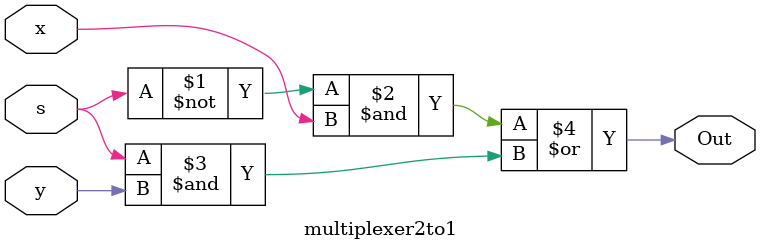
<source format=v>
`timescale 1ns / 1ps


module multiplexer2to1(
    input x,y,s,
    output Out
    );
    assign Out = (~s&x)|(s&y);
endmodule

</source>
